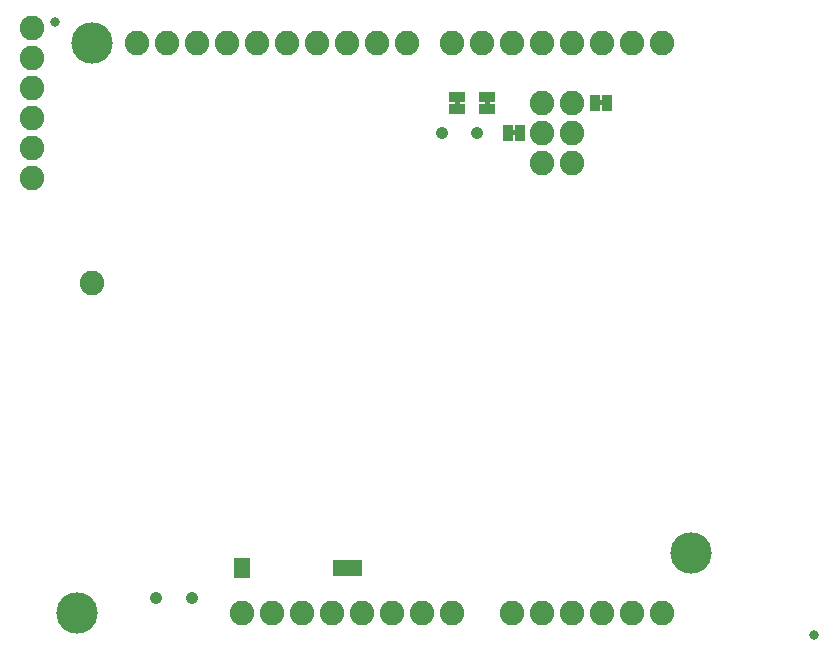
<source format=gbs>
G75*
%MOIN*%
%OFA0B0*%
%FSLAX25Y25*%
%IPPOS*%
%LPD*%
%AMOC8*
5,1,8,0,0,1.08239X$1,22.5*
%
%ADD10C,0.08200*%
%ADD11C,0.04146*%
%ADD12R,0.05800X0.03300*%
%ADD13C,0.00500*%
%ADD14R,0.03300X0.05800*%
%ADD15C,0.13800*%
%ADD16C,0.03300*%
D10*
X0138333Y0045000D03*
X0148333Y0045000D03*
X0158333Y0045000D03*
X0168333Y0045000D03*
X0178333Y0045000D03*
X0188333Y0045000D03*
X0198333Y0045000D03*
X0208333Y0045000D03*
X0228333Y0045000D03*
X0238333Y0045000D03*
X0248333Y0045000D03*
X0258333Y0045000D03*
X0268333Y0045000D03*
X0278333Y0045000D03*
X0088333Y0155000D03*
X0068333Y0190000D03*
X0068333Y0200000D03*
X0068333Y0210000D03*
X0068333Y0220000D03*
X0068333Y0230000D03*
X0068333Y0240000D03*
X0103333Y0235000D03*
X0113333Y0235000D03*
X0123333Y0235000D03*
X0133333Y0235000D03*
X0143333Y0235000D03*
X0153333Y0235000D03*
X0163333Y0235000D03*
X0173333Y0235000D03*
X0183333Y0235000D03*
X0193333Y0235000D03*
X0208333Y0235000D03*
X0218333Y0235000D03*
X0228333Y0235000D03*
X0238333Y0235000D03*
X0248333Y0235000D03*
X0258333Y0235000D03*
X0268333Y0235000D03*
X0278333Y0235000D03*
X0248333Y0215000D03*
X0238333Y0215000D03*
X0238333Y0205000D03*
X0248333Y0205000D03*
X0248333Y0195000D03*
X0238333Y0195000D03*
D11*
X0216739Y0205000D03*
X0204928Y0205000D03*
X0121439Y0050000D03*
X0109628Y0050000D03*
D12*
X0138333Y0058400D03*
X0138333Y0061600D03*
X0210066Y0213000D03*
X0210066Y0217000D03*
X0220066Y0217000D03*
X0220066Y0213000D03*
D13*
X0220566Y0214250D02*
X0220566Y0215750D01*
X0219566Y0215750D01*
X0219566Y0214250D01*
X0220566Y0214250D01*
X0220566Y0214464D02*
X0219566Y0214464D01*
X0219566Y0214963D02*
X0220566Y0214963D01*
X0220566Y0215461D02*
X0219566Y0215461D01*
X0210566Y0215461D02*
X0209566Y0215461D01*
X0209566Y0215750D02*
X0210566Y0215750D01*
X0210566Y0214250D01*
X0209566Y0214250D01*
X0209566Y0215750D01*
X0209566Y0214963D02*
X0210566Y0214963D01*
X0210566Y0214464D02*
X0209566Y0214464D01*
X0228083Y0205500D02*
X0228083Y0204500D01*
X0229583Y0204500D01*
X0229583Y0205500D01*
X0228083Y0205500D01*
X0228083Y0205491D02*
X0229583Y0205491D01*
X0229583Y0204992D02*
X0228083Y0204992D01*
X0257083Y0214500D02*
X0258583Y0214500D01*
X0258583Y0215500D01*
X0257083Y0215500D01*
X0257083Y0214500D01*
X0257083Y0214963D02*
X0258583Y0214963D01*
X0258583Y0215461D02*
X0257083Y0215461D01*
D14*
X0255833Y0215000D03*
X0259833Y0215000D03*
X0230833Y0205000D03*
X0226833Y0205000D03*
X0176533Y0060000D03*
X0173333Y0060000D03*
X0170133Y0060000D03*
D15*
X0083333Y0045000D03*
X0287833Y0065000D03*
X0088333Y0235000D03*
D16*
X0075833Y0242000D03*
X0328833Y0037500D03*
M02*

</source>
